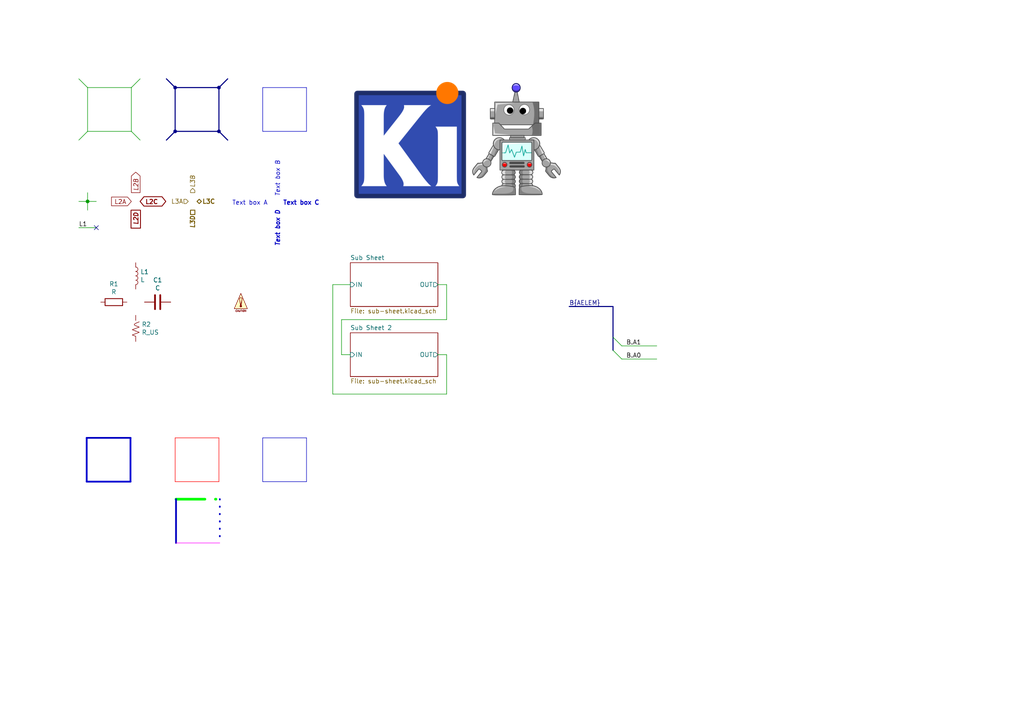
<source format=kicad_sch>
(kicad_sch (version 20230121) (generator eeschema)
  (paper "A4")
  (title_block (title "Title") (date "2020-08-12") (rev "r1B") (company "Company") (comment 1 "Comment 1") (comment 2 "Comment 2") (comment 3 "Comment 3") (comment 4 "@Comment4@"))
  (lib_symbols
    (symbol "Device:C" (pin_numbers hide) (pin_names (offset 0.254))
      (property "Reference" "C" (at 0.635 2.54 0))
      (property "Value" "C" (at 0.635 -2.54 0))
      (symbol "C_0_1"
        (polyline (pts (xy -2.032 -0.762) (xy 2.032 -0.762)) (stroke (width 0.508)))
        (polyline (pts (xy -2.032 0.762) (xy 2.032 0.762)) (stroke (width 0.508)))
      )
      (symbol "C_1_1"
        (pin passive line (at 0 3.81 270) (length 2.794) (name "~") (number "1"))
        (pin passive line (at 0 -3.81 90) (length 2.794) (name "~") (number "2"))
      )
    )
    (symbol "Device:L" (pin_numbers hide) (pin_names (offset 1.016) hide)
      (property "Reference" "L" (at -1.27 0 90))
      (property "Value" "L" (at 1.905 0 90))
      (symbol "L_0_1"
        (arc (start 0 -2.54) (mid 0.6323 -1.905) (end 0 -1.27))
        (arc (start 0 -1.27) (mid 0.6323 -0.635) (end 0 0))
        (arc (start 0 0) (mid 0.6323 0.635) (end 0 1.27))
        (arc (start 0 1.27) (mid 0.6323 1.905) (end 0 2.54))
      )
      (symbol "L_1_1"
        (pin passive line (at 0 3.81 270) (length 1.27) (name "1") (number "1"))
        (pin passive line (at 0 -3.81 90) (length 1.27) (name "2") (number "2"))
      )
    )
    (symbol "Device:R_US" (pin_numbers hide) (pin_names (offset 0))
      (property "Reference" "R" (at 2.54 0 90))
      (property "Value" "R_US" (at -2.54 0 90))
      (symbol "R_US_0_0"
        (bezier (pts (xy 0 -0.762) (xy 1.016 -1.143) (xy 0 -1.524) (xy -1.016 -1.905)))
        (polyline (pts (xy 0 -2.286) (xy 0 -2.54)))
        (polyline (pts (xy 0 2.286) (xy 0 2.54)))
        (polyline (pts (xy 0 0.762) (xy 1.016 0.381) (xy 0 0) (xy -1.016 -0.381) (xy 0 -0.762)))
        (polyline (pts (xy 0 2.286) (xy 1.016 1.905) (xy 0 1.524) (xy -1.016 1.143) (xy 0 0.762)))
      )
      (symbol "R_US_1_1"
        (pin passive line (at 0 3.81 270) (length 1.27) (name "~") (number "1"))
        (pin passive line (at 0 -3.81 90) (length 1.27) (name "~") (number "2"))
      )
      (symbol "R_US_1_2"
        (pin passive line (at 0 3.81 270) (length 1.27) (name "~") (number "1"))
        (pin passive line (at 0 -3.81 90) (length 1.27) (name "~") (number "2"))
      )
    )
    (symbol "l1:Resistor" (pin_numbers hide) (pin_names (offset 0))
      (property "Reference" "R" (at 2.032 0 90))
      (property "Value" "Resistor" (at 0 0 90))
      (symbol "Resistor_0_1"
        (rectangle (start -1.016 -2.54) (end 1.016 2.54) (stroke (width 0.254)))
      )
      (symbol "Resistor_1_1"
        (pin passive line (at 0 3.81 270) (length 1.27) (name "~") (number "1"))
        (pin passive line (at 0 -3.81 90) (length 1.27) (name "~") (number "2"))
      )
    )
    (symbol "l1:SYM_CAUTION" (pin_names (offset 1.016))
      (symbol "SYM_CAUTION_0_0"
        (circle (center 0 -1.1684) (radius 0.254) (fill (type outline)))
        (polyline (pts (xy -0.127 -0.762) (xy -0.381 1.016)) (fill (type outline)))
        (polyline (pts (xy -0.127 -0.762) (xy 0.127 -0.762) (xy 0.381 1.016)) (fill (type outline)))
        (polyline (pts (xy -1.27 -1.905) (xy 1.905 -1.905) (xy 0 2.54) (xy -1.905 -1.905) (xy -1.27 -1.905)) (fill (type background)))
        (arc (start 0.381 1.016) (mid 0 1.2906) (end -0.381 1.016))
        (text "CAUTION" (at 0 -2.54 0) (effects (font (size 0.508 0.508) italic)))
      )
    )
  )
  (bus_alias "AELEM" (members "A1" "A0"))
  (junction (at 63.5 25.4))
  (junction (at 63.5 38.1))
  (junction (at 25.4 58.42))
  (junction (at 50.8 38.1))
  (junction (at 50.8 25.4))
  (no_connect (at 27.94 66.04))
  (bus_entry (at 177.8 101.6) (size 2.54 2.54))
  (bus_entry (at 177.8 97.79) (size 2.54 2.54))
  (bus_entry (at 25.4 25.4) (size -2.54 -2.54))
  (bus_entry (at 38.1 38.1) (size 2.54 2.54))
  (bus_entry (at 25.4 38.1) (size -2.54 2.54))
  (bus_entry (at 38.1 25.4) (size 2.54 -2.54))
  (wire (pts (xy 99.06 92.71) (xy 99.06 102.87)))
  (polyline (pts (xy 25.146 127) (xy 37.846 127)) (stroke (width 0.508)))
  (polyline (pts (xy 88.9 25.4) (xy 88.9 38.1)))
  (polyline (pts (xy 37.846 139.7) (xy 25.146 139.7)) (stroke (width 0.508)))
  (wire (pts (xy 38.1 38.1) (xy 25.4 38.1)))
  (polyline (pts (xy 88.9 139.7) (xy 76.2 139.7)) (stroke (width 0) (type solid)))
  (wire (pts (xy 129.54 114.3) (xy 96.52 114.3)))
  (polyline (pts (xy 50.8 139.7) (xy 50.8 127)) (stroke (width 0) (color 255 0 0 1)))
  (polyline (pts (xy 37.846 127) (xy 37.846 139.7)) (stroke (width 0.508)))
  (bus (pts (xy 177.8 88.9) (xy 177.8 97.79)))
  (polyline (pts (xy 76.2 127) (xy 88.9 127)) (stroke (width 0) (type solid)))
  (wire (pts (xy 25.4 58.42) (xy 27.94 58.42)))
  (bus (pts (xy 50.8 25.4) (xy 48.26 22.86)))
  (wire (pts (xy 96.52 82.55) (xy 101.6 82.55)))
  (wire (pts (xy 129.54 82.55) (xy 129.54 92.71)))
  (wire (pts (xy 22.86 58.42) (xy 25.4 58.42)))
  (polyline (pts (xy 51.054 144.78) (xy 63.754 144.78)) (stroke (width 0.762) (type dash_dot) (color 0 255 0 1)))
  (polyline (pts (xy 76.2 25.4) (xy 88.9 25.4)))
  (bus (pts (xy 50.8 38.1) (xy 48.26 40.64)))
  (bus (pts (xy 63.5 38.1) (xy 66.04 40.64)))
  (polyline (pts (xy 50.8 127) (xy 63.5 127)) (stroke (width 0) (color 255 0 0 1)))
  (wire (pts (xy 129.54 102.87) (xy 129.54 114.3)))
  (wire (pts (xy 127 102.87) (xy 129.54 102.87)))
  (wire (pts (xy 99.06 102.87) (xy 101.6 102.87)))
  (bus (pts (xy 63.5 25.4) (xy 63.5 38.1)))
  (wire (pts (xy 25.4 25.4) (xy 38.1 25.4)))
  (polyline (pts (xy 88.9 127) (xy 88.9 139.7)) (stroke (width 0) (type solid)))
  (wire (pts (xy 180.34 104.14) (xy 190.5 104.14)))
  (polyline (pts (xy 76.2 139.7) (xy 76.2 127)) (stroke (width 0) (type solid)))
  (polyline (pts (xy 51.054 157.48) (xy 51.054 144.78)) (stroke (width 0.508)))
  (wire (pts (xy 127 82.55) (xy 129.54 82.55)))
  (polyline (pts (xy 76.2 38.1) (xy 76.2 25.4)))
  (bus (pts (xy 177.8 97.79) (xy 177.8 101.6)))
  (bus (pts (xy 63.5 25.4) (xy 66.04 22.86)))
  (wire (pts (xy 180.34 100.33) (xy 190.5 100.33)))
  (wire (pts (xy 22.86 66.04) (xy 27.94 66.04)))
  (polyline (pts (xy 63.5 139.7) (xy 50.8 139.7)) (stroke (width 0) (color 255 0 0 1)))
  (bus (pts (xy 50.8 25.4) (xy 63.5 25.4)))
  (wire (pts (xy 25.4 58.42) (xy 25.4 60.96)))
  (wire (pts (xy 38.1 25.4) (xy 38.1 38.1)))
  (wire (pts (xy 129.54 92.71) (xy 99.06 92.71)))
  (wire (pts (xy 96.52 114.3) (xy 96.52 82.55)))
  (bus (pts (xy 165.1 88.9) (xy 177.8 88.9)))
  (polyline (pts (xy 63.754 157.48) (xy 51.054 157.48)) (stroke (width 0) (type solid) (color 255 0 255 1)))
  (polyline (pts (xy 88.9 38.1) (xy 76.2 38.1)))
  (polyline (pts (xy 25.146 139.7) (xy 25.146 127)) (stroke (width 0.508)))
  (wire (pts (xy 25.4 38.1) (xy 25.4 25.4)))
  (polyline (pts (xy 63.754 144.78) (xy 63.754 157.48)) (stroke (width 0.508) (type dot)))
  (bus (pts (xy 50.8 38.1) (xy 50.8 25.4)))
  (bus (pts (xy 63.5 38.1) (xy 50.8 38.1)))
  (polyline (pts (xy 63.5 127) (xy 63.5 139.7)) (stroke (width 0) (color 255 0 0 1)))
  (wire (pts (xy 25.4 55.88) (xy 25.4 58.42)))
  (image (at 133.35 40.64))
  (text "Text box B" (at 81.28 57.15 90) (effects (font (size 1.27 1.27) italic) (justify left bottom)))
  (text "Text box A" (at 67.31 59.69 0) (effects (font (size 1.27 1.27)) (justify left bottom)))
  (text "Text box C" (at 92.71 59.69 0) (effects (font (size 1.27 1.27) (thickness 0.254) bold) (justify right bottom)))
  (text "Text box D" (at 81.28 60.96 90) (effects (font (size 1.27 1.27) (thickness 0.254) bold italic) (justify right bottom)))
  (label "B.A0" (at 181.61 104.14 0))
  (label "B.A1" (at 181.61 100.33 0))
  (label "L1" (at 22.86 66.04 0))
  (label "B{AELEM}" (at 165.1 88.9 0))
  (global_label "L2B" (shape output) (at 39.37 55.88 90) (effects (font italic)) (property "Intersheetrefs" "${INTERSHEET_REFS}" (effects hide)))
  (global_label "L2A" (shape input) (at 38.1 58.42 180) (property "Intersheetrefs" "${INTERSHEET_REFS}" (effects hide)))
  (global_label "L2C" (shape bidirectional) (at 40.64 58.42 0) (effects (font (thickness 0.254) bold)) (property "Intersheetrefs" "${INTERSHEET_REFS}" (effects hide)))
  (global_label "L2D" (shape passive) (at 39.37 60.96 270) (effects (font (thickness 0.254) bold italic)) (property "Intersheetrefs" "${INTERSHEET_REFS}" (effects hide)))
  (hierarchical_label "L3B" (shape output) (at 55.88 55.88 90) (effects (font italic)))
  (hierarchical_label "L3C" (shape bidirectional) (at 57.15 58.42 0) (effects (font (thickness 0.254) bold)))
  (hierarchical_label "L3A" (shape input) (at 54.61 58.42 180))
  (hierarchical_label "L3D" (shape passive) (at 55.88 60.96 270) (effects (font (thickness 0.254) bold italic)))
  (symbol (lib_id "l1:Resistor") (at 33.02 87.63 270) (unit 1)
    (property "Reference" "R1" (at 33.02 82.3722 90))
    (property "Value" "R" (at 33.02 84.6836 90))
    (property "Test" "Hi! \"quoted text\"" (effects hide))
  )
  (symbol (lib_id "Device:L") (at 39.37 80.01 0) (unit 1)
    (property "Reference" "L1" (at 40.7162 78.8416 0) (effects (justify left)))
    (property "Value" "L" (at 40.7162 81.153 0) (effects (justify left)))
  )
  (symbol (lib_id "Device:C") (at 45.72 87.63 90) (unit 1)
    (property "Reference" "C1" (at 45.72 81.2292 90))
    (property "Value" "C" (at 45.72 83.5406 90))
  )
  (symbol (lib_id "Device:R_US") (at 39.37 95.25 180) (unit 1) (convert 2)
    (property "Reference" "R2" (at 41.0972 94.0816 0) (effects (justify right)))
    (property "Value" "R_US" (at 41.0972 96.393 0) (effects (justify right)))
  )
  (symbol (lib_id "l1:SYM_CAUTION") (at 69.85 87.63 0) (unit 1)
    (property "Reference" "#SYM_CAUTION1" (effects hide))
    (property "Value" "SYM_CAUTION" (effects hide))
  )
  (sheet (at 101.6 76.2) (size 25.4 12.7)
    (property "Sheetname" "Sub Sheet" (at 101.6 75.4884 0) (effects (justify left bottom)))
    (property "Sheetfile" "sub-sheet.kicad_sch" (at 101.6 89.4846 0) (effects (justify left top)))
    (pin "OUT" output (at 127 82.55 0))
    (pin "IN" input (at 101.6 82.55 180))
  )
  (sheet (at 101.6 96.52) (size 25.4 12.7)
    (property "Sheetname" "Sub Sheet 2" (at 101.6 95.8084 0) (effects (justify left bottom)))
    (property "Sheetfile" "sub-sheet.kicad_sch" (at 101.6 109.8046 0) (effects (justify left top)))
    (pin "OUT" output (at 127 102.87 0))
    (pin "IN" input (at 101.6 102.87 180))
  )
)
</source>
